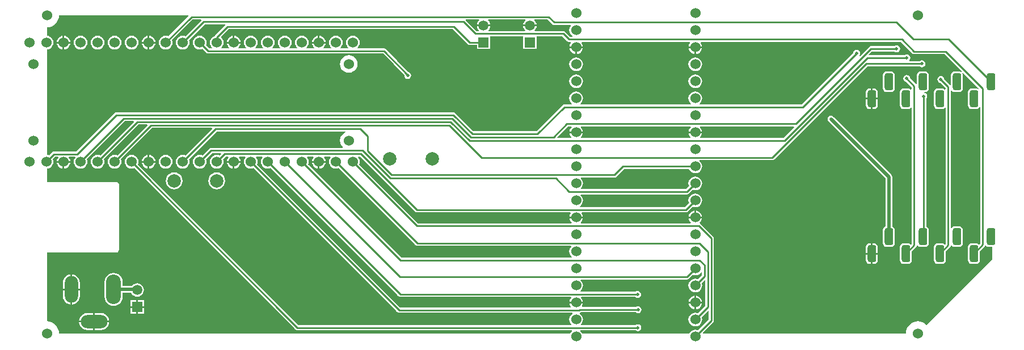
<source format=gbl>
%FSLAX24Y24*%
%MOIN*%
G70*
G01*
G75*
G04 Layer_Physical_Order=2*
G04 Layer_Color=16711680*
G04:AMPARAMS|DCode=10|XSize=100mil|YSize=50mil|CornerRadius=12.5mil|HoleSize=0mil|Usage=FLASHONLY|Rotation=90.000|XOffset=0mil|YOffset=0mil|HoleType=Round|Shape=RoundedRectangle|*
%AMROUNDEDRECTD10*
21,1,0.1000,0.0250,0,0,90.0*
21,1,0.0750,0.0500,0,0,90.0*
1,1,0.0250,0.0125,0.0375*
1,1,0.0250,0.0125,-0.0375*
1,1,0.0250,-0.0125,-0.0375*
1,1,0.0250,-0.0125,0.0375*
%
%ADD10ROUNDEDRECTD10*%
%ADD11R,0.2000X0.1500*%
%ADD12R,0.1181X0.0457*%
%ADD13R,0.1181X0.0787*%
%ADD14R,0.3937X0.2756*%
%ADD15C,0.0197*%
%ADD16C,0.0100*%
%ADD17C,0.0200*%
%ADD18C,0.0100*%
%ADD19C,0.0200*%
%ADD20C,0.0591*%
%ADD21R,0.0591X0.0591*%
%ADD22O,0.0787X0.1575*%
%ADD23O,0.1575X0.0787*%
%ADD24O,0.0866X0.1732*%
%ADD25C,0.0600*%
%ADD26C,0.0787*%
G36*
X12681Y10357D02*
X12631Y10292D01*
X12590Y10194D01*
X12577Y10090D01*
X12590Y9986D01*
X12631Y9888D01*
X12695Y9805D01*
X12778Y9741D01*
X12876Y9700D01*
X12980Y9687D01*
X13084Y9700D01*
X13133Y9721D01*
X20662Y2192D01*
X20711Y2159D01*
X20770Y2147D01*
X30795D01*
X30808Y2097D01*
X30751Y2022D01*
X30710Y1924D01*
X30703Y1870D01*
X31497D01*
X31490Y1924D01*
X31449Y2022D01*
X31392Y2097D01*
X31405Y2147D01*
X34579D01*
X34632Y2112D01*
X34710Y2096D01*
X34788Y2112D01*
X34854Y2156D01*
X34898Y2222D01*
X34914Y2300D01*
X34898Y2378D01*
X34854Y2444D01*
X34788Y2488D01*
X34710Y2504D01*
X34632Y2488D01*
X34579Y2453D01*
X31361D01*
X31344Y2503D01*
X31385Y2535D01*
X31449Y2618D01*
X31490Y2716D01*
X31503Y2820D01*
X31490Y2924D01*
X31449Y3022D01*
X31385Y3105D01*
X31357Y3127D01*
X31374Y3177D01*
X37610D01*
X37669Y3189D01*
X37718Y3222D01*
X37947Y3451D01*
X37996Y3430D01*
X38100Y3417D01*
X38204Y3430D01*
X38302Y3471D01*
X38385Y3535D01*
X38437Y3602D01*
X38487Y3585D01*
Y3423D01*
X38253Y3189D01*
X38204Y3210D01*
X38100Y3223D01*
X37996Y3210D01*
X37898Y3169D01*
X37815Y3105D01*
X37751Y3022D01*
X37710Y2924D01*
X37697Y2820D01*
X37710Y2716D01*
X37751Y2618D01*
X37815Y2535D01*
X37898Y2471D01*
X37996Y2430D01*
X38100Y2417D01*
X38204Y2430D01*
X38302Y2471D01*
X38385Y2535D01*
X38449Y2618D01*
X38490Y2716D01*
X38503Y2820D01*
X38490Y2924D01*
X38470Y2973D01*
X38641Y3145D01*
X38687Y3125D01*
Y1623D01*
X38253Y1190D01*
X38204Y1210D01*
X38100Y1223D01*
X37996Y1210D01*
X37898Y1169D01*
X37815Y1105D01*
X37751Y1022D01*
X37710Y924D01*
X37697Y820D01*
X37710Y716D01*
X37751Y618D01*
X37815Y535D01*
X37898Y471D01*
X37996Y430D01*
X38100Y417D01*
X38204Y430D01*
X38302Y471D01*
X38385Y535D01*
X38449Y618D01*
X38490Y716D01*
X38503Y820D01*
X38490Y924D01*
X38470Y973D01*
X38841Y1345D01*
X38887Y1325D01*
Y823D01*
X38253Y190D01*
X38204Y210D01*
X38100Y223D01*
X37996Y210D01*
X37898Y169D01*
X37815Y105D01*
X37751Y22D01*
X37742Y0D01*
X31458D01*
X31449Y22D01*
X31385Y105D01*
X31344Y137D01*
X31361Y187D01*
X34589D01*
X34642Y152D01*
X34720Y136D01*
X34798Y152D01*
X34864Y196D01*
X34908Y262D01*
X34924Y340D01*
X34908Y418D01*
X34864Y484D01*
X34798Y528D01*
X34720Y544D01*
X34642Y528D01*
X34589Y493D01*
X31405D01*
X31392Y543D01*
X31449Y618D01*
X31490Y716D01*
X31503Y820D01*
X31490Y924D01*
X31449Y1022D01*
X31385Y1105D01*
X31302Y1169D01*
X31302Y1170D01*
X31307Y1221D01*
X31345Y1229D01*
X31372Y1247D01*
X34609D01*
X34662Y1212D01*
X34740Y1196D01*
X34818Y1212D01*
X34884Y1256D01*
X34928Y1322D01*
X34944Y1400D01*
X34928Y1478D01*
X34884Y1544D01*
X34818Y1588D01*
X34740Y1604D01*
X34662Y1588D01*
X34609Y1553D01*
X31456D01*
X31434Y1598D01*
X31449Y1618D01*
X31490Y1716D01*
X31497Y1770D01*
X30703D01*
X30710Y1716D01*
X30751Y1618D01*
X30785Y1573D01*
X30761Y1523D01*
X20763D01*
X12349Y9937D01*
X12370Y9986D01*
X12383Y10090D01*
X12370Y10194D01*
X12329Y10292D01*
X12279Y10357D01*
X12303Y10407D01*
X12657D01*
X12681Y10357D01*
D02*
G37*
G36*
X8328Y18655D02*
X7133Y17459D01*
X7084Y17480D01*
X6980Y17493D01*
X6876Y17480D01*
X6778Y17439D01*
X6695Y17375D01*
X6631Y17292D01*
X6590Y17194D01*
X6577Y17090D01*
X6590Y16986D01*
X6631Y16888D01*
X6695Y16805D01*
X6778Y16741D01*
X6876Y16700D01*
X6980Y16687D01*
X7084Y16700D01*
X7182Y16741D01*
X7265Y16805D01*
X7329Y16888D01*
X7370Y16986D01*
X7383Y17090D01*
X7370Y17194D01*
X7350Y17243D01*
X8563Y18457D01*
X9060D01*
X9081Y18407D01*
X8133Y17459D01*
X8084Y17480D01*
X7980Y17493D01*
X7876Y17480D01*
X7778Y17439D01*
X7695Y17375D01*
X7631Y17292D01*
X7590Y17194D01*
X7577Y17090D01*
X7590Y16986D01*
X7631Y16888D01*
X7695Y16805D01*
X7778Y16741D01*
X7876Y16700D01*
X7980Y16687D01*
X8084Y16700D01*
X8182Y16741D01*
X8265Y16805D01*
X8329Y16888D01*
X8370Y16986D01*
X8383Y17090D01*
X8370Y17194D01*
X8349Y17243D01*
X9273Y18167D01*
X10470D01*
X10491Y18117D01*
X9872Y17498D01*
X9853Y17471D01*
X9778Y17439D01*
X9695Y17375D01*
X9631Y17292D01*
X9590Y17194D01*
X9577Y17090D01*
X9590Y16986D01*
X9631Y16888D01*
X9695Y16805D01*
X9700Y16800D01*
X9684Y16753D01*
X9533D01*
X9349Y16937D01*
X9370Y16986D01*
X9383Y17090D01*
X9370Y17194D01*
X9329Y17292D01*
X9265Y17375D01*
X9182Y17439D01*
X9084Y17480D01*
X8980Y17493D01*
X8876Y17480D01*
X8778Y17439D01*
X8695Y17375D01*
X8631Y17292D01*
X8590Y17194D01*
X8577Y17090D01*
X8590Y16986D01*
X8631Y16888D01*
X8695Y16805D01*
X8778Y16741D01*
X8876Y16700D01*
X8980Y16687D01*
X9084Y16700D01*
X9133Y16720D01*
X9362Y16492D01*
X9411Y16459D01*
X9470Y16447D01*
X19764D01*
X20998Y15150D01*
X21012Y15082D01*
X21056Y15016D01*
X21122Y14972D01*
X21200Y14956D01*
X21278Y14972D01*
X21344Y15016D01*
X21388Y15082D01*
X21404Y15160D01*
X21388Y15238D01*
X21344Y15304D01*
X21278Y15348D01*
X21221Y15360D01*
X19941Y16705D01*
X19939Y16707D01*
X19938Y16708D01*
X19915Y16724D01*
X19892Y16740D01*
X19890Y16740D01*
X19889Y16741D01*
X19861Y16747D01*
X19834Y16753D01*
X19832Y16753D01*
X19830Y16753D01*
X18276D01*
X18260Y16800D01*
X18265Y16805D01*
X18329Y16888D01*
X18370Y16986D01*
X18383Y17090D01*
X18370Y17194D01*
X18329Y17292D01*
X18265Y17375D01*
X18182Y17439D01*
X18084Y17480D01*
X17980Y17493D01*
X17876Y17480D01*
X17778Y17439D01*
X17695Y17375D01*
X17631Y17292D01*
X17590Y17194D01*
X17577Y17090D01*
X17590Y16986D01*
X17631Y16888D01*
X17695Y16805D01*
X17700Y16800D01*
X17684Y16753D01*
X17276D01*
X17260Y16800D01*
X17265Y16805D01*
X17329Y16888D01*
X17370Y16986D01*
X17383Y17090D01*
X17370Y17194D01*
X17329Y17292D01*
X17265Y17375D01*
X17182Y17439D01*
X17084Y17480D01*
X16980Y17493D01*
X16876Y17480D01*
X16778Y17439D01*
X16695Y17375D01*
X16631Y17292D01*
X16590Y17194D01*
X16577Y17090D01*
X16590Y16986D01*
X16631Y16888D01*
X16695Y16805D01*
X16700Y16800D01*
X16684Y16753D01*
X16276D01*
X16260Y16800D01*
X16265Y16805D01*
X16329Y16888D01*
X16370Y16986D01*
X16377Y17040D01*
X15583D01*
X15590Y16986D01*
X15631Y16888D01*
X15695Y16805D01*
X15700Y16800D01*
X15684Y16753D01*
X15276D01*
X15260Y16800D01*
X15265Y16805D01*
X15329Y16888D01*
X15370Y16986D01*
X15383Y17090D01*
X15370Y17194D01*
X15329Y17292D01*
X15265Y17375D01*
X15182Y17439D01*
X15084Y17480D01*
X14980Y17493D01*
X14876Y17480D01*
X14778Y17439D01*
X14695Y17375D01*
X14631Y17292D01*
X14590Y17194D01*
X14577Y17090D01*
X14590Y16986D01*
X14631Y16888D01*
X14695Y16805D01*
X14700Y16800D01*
X14684Y16753D01*
X14276D01*
X14260Y16800D01*
X14265Y16805D01*
X14329Y16888D01*
X14370Y16986D01*
X14383Y17090D01*
X14370Y17194D01*
X14329Y17292D01*
X14265Y17375D01*
X14182Y17439D01*
X14084Y17480D01*
X13980Y17493D01*
X13876Y17480D01*
X13778Y17439D01*
X13695Y17375D01*
X13631Y17292D01*
X13590Y17194D01*
X13577Y17090D01*
X13590Y16986D01*
X13631Y16888D01*
X13695Y16805D01*
X13700Y16800D01*
X13684Y16753D01*
X13276D01*
X13260Y16800D01*
X13265Y16805D01*
X13329Y16888D01*
X13370Y16986D01*
X13383Y17090D01*
X13370Y17194D01*
X13329Y17292D01*
X13265Y17375D01*
X13182Y17439D01*
X13084Y17480D01*
X12980Y17493D01*
X12876Y17480D01*
X12778Y17439D01*
X12695Y17375D01*
X12631Y17292D01*
X12590Y17194D01*
X12577Y17090D01*
X12590Y16986D01*
X12631Y16888D01*
X12695Y16805D01*
X12700Y16800D01*
X12684Y16753D01*
X12276D01*
X12260Y16800D01*
X12265Y16805D01*
X12329Y16888D01*
X12370Y16986D01*
X12383Y17090D01*
X12370Y17194D01*
X12329Y17292D01*
X12265Y17375D01*
X12182Y17439D01*
X12084Y17480D01*
X11980Y17493D01*
X11876Y17480D01*
X11778Y17439D01*
X11695Y17375D01*
X11631Y17292D01*
X11590Y17194D01*
X11577Y17090D01*
X11590Y16986D01*
X11631Y16888D01*
X11695Y16805D01*
X11700Y16800D01*
X11684Y16753D01*
X11276D01*
X11260Y16800D01*
X11265Y16805D01*
X11329Y16888D01*
X11370Y16986D01*
X11377Y17040D01*
X10583D01*
X10590Y16986D01*
X10631Y16888D01*
X10695Y16805D01*
X10700Y16800D01*
X10684Y16753D01*
X10276D01*
X10260Y16800D01*
X10265Y16805D01*
X10329Y16888D01*
X10370Y16986D01*
X10383Y17090D01*
X10370Y17194D01*
X10329Y17292D01*
X10265Y17375D01*
X10248Y17389D01*
X10245Y17438D01*
X10693Y17887D01*
X23857D01*
X24742Y17002D01*
X24791Y16969D01*
X24850Y16957D01*
X25265D01*
Y16715D01*
X26055D01*
Y17467D01*
X27985D01*
Y16715D01*
X28775D01*
Y17467D01*
X30287D01*
X30582Y17172D01*
X30631Y17139D01*
X30690Y17127D01*
X30768D01*
X30793Y17077D01*
X30751Y17022D01*
X30710Y16924D01*
X30703Y16870D01*
X31497D01*
X31490Y16924D01*
X31449Y17022D01*
X31407Y17077D01*
X31432Y17127D01*
X37768D01*
X37793Y17077D01*
X37751Y17022D01*
X37710Y16924D01*
X37703Y16870D01*
X38497D01*
X38490Y16924D01*
X38449Y17022D01*
X38407Y17077D01*
X38432Y17127D01*
X50177D01*
X50842Y16462D01*
X50891Y16429D01*
X50950Y16417D01*
X52737D01*
X53755Y15399D01*
X53723Y15360D01*
X53683Y15387D01*
X53595Y15404D01*
X53345D01*
X53257Y15387D01*
X53183Y15337D01*
X53133Y15263D01*
X53116Y15175D01*
Y14617D01*
X53076Y14601D01*
X53066Y14601D01*
X52721Y14945D01*
X52708Y15008D01*
X52664Y15074D01*
X52598Y15118D01*
X52520Y15134D01*
X52442Y15118D01*
X52376Y15074D01*
X52332Y15008D01*
X52316Y14930D01*
X52332Y14852D01*
X52376Y14786D01*
X52442Y14742D01*
X52505Y14729D01*
X52807Y14427D01*
Y14353D01*
X52757Y14337D01*
X52683Y14387D01*
X52595Y14404D01*
X52345D01*
X52257Y14387D01*
X52183Y14337D01*
X52133Y14263D01*
X52116Y14175D01*
Y13425D01*
X52133Y13337D01*
X52183Y13263D01*
X52257Y13213D01*
X52345Y13196D01*
X52595D01*
X52683Y13213D01*
X52757Y13263D01*
X52807Y13247D01*
Y5270D01*
X52764Y5230D01*
X52757Y5231D01*
X52683Y5281D01*
X52595Y5298D01*
X52345D01*
X52257Y5281D01*
X52183Y5231D01*
X52133Y5156D01*
X52116Y5069D01*
Y4319D01*
X52133Y4231D01*
X52183Y4156D01*
X52257Y4107D01*
X52345Y4089D01*
X52595D01*
X52683Y4107D01*
X52757Y4156D01*
X52807Y4231D01*
X52824Y4319D01*
Y4832D01*
X53068Y5076D01*
X53101Y5125D01*
X53111Y5174D01*
X53138Y5185D01*
X53163Y5186D01*
X53183Y5156D01*
X53257Y5107D01*
X53345Y5089D01*
X53595D01*
X53683Y5107D01*
X53757Y5156D01*
X53807Y5231D01*
X53824Y5319D01*
Y6069D01*
X53807Y6156D01*
X53757Y6231D01*
X53683Y6281D01*
X53595Y6298D01*
X53345D01*
X53257Y6281D01*
X53183Y6231D01*
X53163Y6201D01*
X53113Y6216D01*
Y14277D01*
X53163Y14292D01*
X53183Y14263D01*
X53257Y14213D01*
X53345Y14196D01*
X53595D01*
X53683Y14213D01*
X53757Y14263D01*
X53807Y14337D01*
X53824Y14425D01*
Y15175D01*
X53807Y15263D01*
X53780Y15303D01*
X53819Y15335D01*
X54755Y14399D01*
X54723Y14360D01*
X54683Y14387D01*
X54595Y14404D01*
X54345D01*
X54257Y14387D01*
X54183Y14337D01*
X54133Y14263D01*
X54116Y14175D01*
Y13425D01*
X54133Y13337D01*
X54183Y13263D01*
X54257Y13213D01*
X54345Y13196D01*
X54595D01*
X54683Y13213D01*
X54757Y13263D01*
X54787Y13307D01*
X54837Y13292D01*
Y5277D01*
X54788Y5228D01*
X54757Y5231D01*
X54683Y5281D01*
X54595Y5298D01*
X54345D01*
X54257Y5281D01*
X54183Y5231D01*
X54133Y5156D01*
X54116Y5069D01*
Y4319D01*
X54133Y4231D01*
X54183Y4156D01*
X54257Y4107D01*
X54345Y4089D01*
X54595D01*
X54683Y4107D01*
X54757Y4156D01*
X54807Y4231D01*
X54824Y4319D01*
Y4832D01*
X55098Y5106D01*
X55127Y5149D01*
X55156Y5156D01*
X55183Y5157D01*
X55183Y5156D01*
X55257Y5107D01*
X55345Y5089D01*
X55540D01*
Y4359D01*
X51686Y505D01*
X51578Y593D01*
X51454Y659D01*
X51320Y700D01*
X51181Y714D01*
X51042Y700D01*
X50908Y659D01*
X50785Y593D01*
X50676Y505D01*
X50588Y397D01*
X50522Y273D01*
X50481Y139D01*
X50467Y0D01*
X38562D01*
X38542Y46D01*
X39148Y652D01*
X39181Y701D01*
X39193Y760D01*
Y5600D01*
X39181Y5659D01*
X39148Y5708D01*
X38428Y6428D01*
X38379Y6461D01*
X38373Y6462D01*
X38361Y6516D01*
X38385Y6535D01*
X38449Y6618D01*
X38490Y6716D01*
X38497Y6770D01*
X37703D01*
X37710Y6716D01*
X37751Y6618D01*
X37815Y6535D01*
X37834Y6520D01*
X37817Y6473D01*
X31383D01*
X31366Y6520D01*
X31385Y6535D01*
X31449Y6618D01*
X31490Y6716D01*
X31497Y6770D01*
X30703D01*
X30710Y6716D01*
X30751Y6618D01*
X30815Y6535D01*
X30834Y6520D01*
X30817Y6473D01*
X21813D01*
X18349Y9937D01*
X18370Y9986D01*
X18383Y10090D01*
X18370Y10194D01*
X18329Y10292D01*
X18279Y10357D01*
X18303Y10407D01*
X18391D01*
X21636Y7162D01*
X21686Y7129D01*
X21744Y7117D01*
X30761D01*
X30785Y7067D01*
X30751Y7022D01*
X30710Y6924D01*
X30703Y6870D01*
X31497D01*
X31490Y6924D01*
X31449Y7022D01*
X31415Y7067D01*
X31439Y7117D01*
X37550D01*
X37609Y7129D01*
X37658Y7162D01*
X37947Y7451D01*
X37996Y7430D01*
X38100Y7417D01*
X38204Y7430D01*
X38302Y7471D01*
X38385Y7535D01*
X38449Y7618D01*
X38490Y7716D01*
X38503Y7820D01*
X38490Y7924D01*
X38449Y8022D01*
X38385Y8105D01*
X38302Y8169D01*
X38204Y8210D01*
X38100Y8223D01*
X37996Y8210D01*
X37898Y8169D01*
X37815Y8105D01*
X37751Y8022D01*
X37710Y7924D01*
X37697Y7820D01*
X37710Y7716D01*
X37731Y7667D01*
X37487Y7423D01*
X31330D01*
X31305Y7468D01*
X31305Y7473D01*
X31385Y7535D01*
X31449Y7618D01*
X31490Y7716D01*
X31503Y7820D01*
X31490Y7924D01*
X31449Y8022D01*
X31385Y8105D01*
X31357Y8127D01*
X31374Y8177D01*
X37610D01*
X37669Y8189D01*
X37718Y8222D01*
X37947Y8450D01*
X37996Y8430D01*
X38100Y8417D01*
X38204Y8430D01*
X38302Y8471D01*
X38385Y8535D01*
X38449Y8618D01*
X38490Y8716D01*
X38503Y8820D01*
X38490Y8924D01*
X38449Y9022D01*
X38385Y9105D01*
X38302Y9169D01*
X38204Y9210D01*
X38100Y9223D01*
X37996Y9210D01*
X37898Y9169D01*
X37815Y9105D01*
X37751Y9022D01*
X37710Y8924D01*
X37697Y8820D01*
X37710Y8716D01*
X37731Y8667D01*
X37547Y8483D01*
X31396D01*
X31380Y8530D01*
X31385Y8535D01*
X31449Y8618D01*
X31490Y8716D01*
X31503Y8820D01*
X31490Y8924D01*
X31449Y9022D01*
X31385Y9105D01*
X31366Y9120D01*
X31383Y9167D01*
X33340D01*
X33399Y9179D01*
X33448Y9212D01*
X33903Y9667D01*
X37730D01*
X37751Y9618D01*
X37815Y9535D01*
X37898Y9471D01*
X37996Y9430D01*
X38100Y9417D01*
X38204Y9430D01*
X38302Y9471D01*
X38385Y9535D01*
X38449Y9618D01*
X38490Y9716D01*
X38503Y9820D01*
X38490Y9924D01*
X38449Y10022D01*
X38385Y10105D01*
X38344Y10137D01*
X38361Y10187D01*
X42630D01*
X42689Y10199D01*
X42738Y10232D01*
X48203Y15697D01*
X51279D01*
X51332Y15662D01*
X51410Y15646D01*
X51488Y15662D01*
X51554Y15706D01*
X51598Y15772D01*
X51614Y15850D01*
X51598Y15928D01*
X51554Y15994D01*
X51488Y16038D01*
X51410Y16054D01*
X51332Y16038D01*
X51279Y16003D01*
X50685D01*
X50670Y16053D01*
X50674Y16056D01*
X50718Y16122D01*
X50734Y16200D01*
X50718Y16278D01*
X50674Y16344D01*
X50608Y16388D01*
X50530Y16404D01*
X50452Y16388D01*
X50399Y16353D01*
X48315D01*
X48295Y16399D01*
X48473Y16577D01*
X49799D01*
X49852Y16542D01*
X49930Y16526D01*
X50008Y16542D01*
X50074Y16586D01*
X50118Y16652D01*
X50134Y16730D01*
X50118Y16808D01*
X50074Y16874D01*
X50008Y16918D01*
X49930Y16934D01*
X49852Y16918D01*
X49799Y16883D01*
X48410D01*
X48351Y16871D01*
X48302Y16838D01*
X47774Y16310D01*
X47735Y16342D01*
X47768Y16392D01*
X47784Y16470D01*
X47768Y16548D01*
X47724Y16614D01*
X47658Y16658D01*
X47580Y16674D01*
X47502Y16658D01*
X47436Y16614D01*
X47392Y16548D01*
X47379Y16485D01*
X44357Y13463D01*
X38374D01*
X38357Y13513D01*
X38385Y13535D01*
X38449Y13618D01*
X38490Y13716D01*
X38503Y13820D01*
X38490Y13924D01*
X38449Y14022D01*
X38385Y14105D01*
X38302Y14169D01*
X38204Y14210D01*
X38100Y14223D01*
X37996Y14210D01*
X37898Y14169D01*
X37815Y14105D01*
X37751Y14022D01*
X37710Y13924D01*
X37697Y13820D01*
X37710Y13716D01*
X37751Y13618D01*
X37815Y13535D01*
X37843Y13513D01*
X37826Y13463D01*
X31374D01*
X31357Y13513D01*
X31385Y13535D01*
X31449Y13618D01*
X31490Y13716D01*
X31503Y13820D01*
X31490Y13924D01*
X31449Y14022D01*
X31385Y14105D01*
X31302Y14169D01*
X31204Y14210D01*
X31100Y14223D01*
X30996Y14210D01*
X30898Y14169D01*
X30815Y14105D01*
X30751Y14022D01*
X30710Y13924D01*
X30697Y13820D01*
X30710Y13716D01*
X30751Y13618D01*
X30815Y13535D01*
X30843Y13513D01*
X30826Y13463D01*
X30410D01*
X30361Y13453D01*
X30351Y13451D01*
X30302Y13418D01*
X28767Y11883D01*
X25062D01*
X23997Y12948D01*
X23947Y12981D01*
X23889Y12993D01*
X4094D01*
X4035Y12981D01*
X3985Y12948D01*
X1730Y10693D01*
X430D01*
X371Y10681D01*
X322Y10648D01*
X133Y10460D01*
X84Y10480D01*
X0Y10491D01*
Y16689D01*
X84Y16700D01*
X182Y16741D01*
X265Y16805D01*
X329Y16888D01*
X370Y16986D01*
X383Y17090D01*
X370Y17194D01*
X329Y17292D01*
X265Y17375D01*
X182Y17439D01*
X84Y17480D01*
X0Y17491D01*
Y17987D01*
X139Y18001D01*
X273Y18041D01*
X397Y18107D01*
X505Y18196D01*
X593Y18304D01*
X659Y18428D01*
X700Y18562D01*
X714Y18701D01*
X8309D01*
X8328Y18655D01*
D02*
G37*
G36*
X43912Y12121D02*
X43274Y11483D01*
X38396D01*
X38380Y11530D01*
X38385Y11535D01*
X38449Y11618D01*
X38490Y11716D01*
X38497Y11770D01*
X37703D01*
X37710Y11716D01*
X37751Y11618D01*
X37815Y11535D01*
X37820Y11530D01*
X37804Y11483D01*
X31396D01*
X31380Y11530D01*
X31385Y11535D01*
X31449Y11618D01*
X31490Y11716D01*
X31497Y11770D01*
X30703D01*
X30710Y11716D01*
X30751Y11618D01*
X30815Y11535D01*
X30820Y11530D01*
X30804Y11483D01*
X30005D01*
X29985Y11529D01*
X30623Y12167D01*
X30817D01*
X30834Y12120D01*
X30815Y12105D01*
X30751Y12022D01*
X30710Y11924D01*
X30703Y11870D01*
X31497D01*
X31490Y11924D01*
X31449Y12022D01*
X31385Y12105D01*
X31366Y12120D01*
X31383Y12167D01*
X37817D01*
X37834Y12120D01*
X37815Y12105D01*
X37751Y12022D01*
X37710Y11924D01*
X37703Y11870D01*
X38497D01*
X38490Y11924D01*
X38449Y12022D01*
X38385Y12105D01*
X38366Y12120D01*
X38383Y12167D01*
X43893D01*
X43912Y12121D01*
D02*
G37*
G36*
X16681Y10357D02*
X16631Y10292D01*
X16590Y10194D01*
X16577Y10090D01*
X16590Y9986D01*
X16631Y9888D01*
X16695Y9805D01*
X16778Y9741D01*
X16876Y9700D01*
X16980Y9687D01*
X17084Y9700D01*
X17133Y9721D01*
X21662Y5192D01*
X21711Y5159D01*
X21770Y5147D01*
X30795D01*
X30808Y5097D01*
X30751Y5022D01*
X30710Y4924D01*
X30697Y4820D01*
X30710Y4716D01*
X30751Y4618D01*
X30815Y4535D01*
X30856Y4503D01*
X30839Y4453D01*
X20833D01*
X15350Y9937D01*
X15370Y9986D01*
X15383Y10090D01*
X15370Y10194D01*
X15329Y10292D01*
X15279Y10357D01*
X15303Y10407D01*
X15657D01*
X15681Y10357D01*
X15631Y10292D01*
X15590Y10194D01*
X15583Y10140D01*
X16377D01*
X16370Y10194D01*
X16329Y10292D01*
X16279Y10357D01*
X16303Y10407D01*
X16657D01*
X16681Y10357D01*
D02*
G37*
G36*
X5115Y12441D02*
X3133Y10460D01*
X3084Y10480D01*
X2980Y10493D01*
X2876Y10480D01*
X2778Y10439D01*
X2695Y10375D01*
X2631Y10292D01*
X2590Y10194D01*
X2577Y10090D01*
X2590Y9986D01*
X2631Y9888D01*
X2695Y9805D01*
X2778Y9741D01*
X2876Y9700D01*
X2980Y9687D01*
X3084Y9700D01*
X3182Y9741D01*
X3265Y9805D01*
X3329Y9888D01*
X3370Y9986D01*
X3383Y10090D01*
X3370Y10194D01*
X3350Y10243D01*
X5393Y12287D01*
X5895D01*
X5915Y12241D01*
X4133Y10460D01*
X4084Y10480D01*
X3980Y10493D01*
X3876Y10480D01*
X3778Y10439D01*
X3695Y10375D01*
X3631Y10292D01*
X3590Y10194D01*
X3577Y10090D01*
X3590Y9986D01*
X3631Y9888D01*
X3695Y9805D01*
X3778Y9741D01*
X3876Y9700D01*
X3980Y9687D01*
X4084Y9700D01*
X4182Y9741D01*
X4265Y9805D01*
X4329Y9888D01*
X4370Y9986D01*
X4383Y10090D01*
X4370Y10194D01*
X4349Y10243D01*
X6193Y12087D01*
X9695D01*
X9715Y12041D01*
X8133Y10460D01*
X8084Y10480D01*
X7980Y10493D01*
X7876Y10480D01*
X7778Y10439D01*
X7695Y10375D01*
X7631Y10292D01*
X7590Y10194D01*
X7577Y10090D01*
X7590Y9986D01*
X7631Y9888D01*
X7695Y9805D01*
X7778Y9741D01*
X7876Y9700D01*
X7980Y9687D01*
X8084Y9700D01*
X8182Y9741D01*
X8265Y9805D01*
X8329Y9888D01*
X8370Y9986D01*
X8383Y10090D01*
X8370Y10194D01*
X8349Y10243D01*
X9983Y11877D01*
X17542D01*
X17552Y11827D01*
X17473Y11794D01*
X17366Y11712D01*
X17284Y11605D01*
X17232Y11480D01*
X17214Y11346D01*
X17232Y11212D01*
X17284Y11087D01*
X17366Y10980D01*
X17391Y10960D01*
X17375Y10913D01*
X9650D01*
X9591Y10901D01*
X9542Y10868D01*
X9133Y10460D01*
X9084Y10480D01*
X8980Y10493D01*
X8876Y10480D01*
X8778Y10439D01*
X8695Y10375D01*
X8631Y10292D01*
X8590Y10194D01*
X8577Y10090D01*
X8590Y9986D01*
X8631Y9888D01*
X8695Y9805D01*
X8778Y9741D01*
X8876Y9700D01*
X8980Y9687D01*
X9084Y9700D01*
X9182Y9741D01*
X9265Y9805D01*
X9329Y9888D01*
X9370Y9986D01*
X9383Y10090D01*
X9370Y10194D01*
X9349Y10243D01*
X9713Y10607D01*
X10215D01*
X10235Y10561D01*
X10133Y10460D01*
X10084Y10480D01*
X9980Y10493D01*
X9876Y10480D01*
X9778Y10439D01*
X9695Y10375D01*
X9631Y10292D01*
X9590Y10194D01*
X9577Y10090D01*
X9590Y9986D01*
X9631Y9888D01*
X9695Y9805D01*
X9778Y9741D01*
X9876Y9700D01*
X9980Y9687D01*
X10084Y9700D01*
X10182Y9741D01*
X10265Y9805D01*
X10329Y9888D01*
X10370Y9986D01*
X10383Y10090D01*
X10370Y10194D01*
X10350Y10243D01*
X10513Y10407D01*
X10657D01*
X10681Y10357D01*
X10631Y10292D01*
X10590Y10194D01*
X10583Y10140D01*
X11377D01*
X11370Y10194D01*
X11329Y10292D01*
X11279Y10357D01*
X11303Y10407D01*
X11657D01*
X11681Y10357D01*
X11631Y10292D01*
X11590Y10194D01*
X11577Y10090D01*
X11590Y9986D01*
X11631Y9888D01*
X11695Y9805D01*
X11778Y9741D01*
X11876Y9700D01*
X11980Y9687D01*
X12084Y9700D01*
X12133Y9721D01*
X20592Y1262D01*
X20641Y1229D01*
X20700Y1217D01*
X30870D01*
X30895Y1172D01*
X30895Y1167D01*
X30815Y1105D01*
X30751Y1022D01*
X30710Y924D01*
X30697Y820D01*
X30710Y716D01*
X30751Y618D01*
X30808Y543D01*
X30795Y493D01*
X14793D01*
X5350Y9937D01*
X5370Y9986D01*
X5383Y10090D01*
X5370Y10194D01*
X5329Y10292D01*
X5265Y10375D01*
X5182Y10439D01*
X5084Y10480D01*
X4980Y10493D01*
X4876Y10480D01*
X4778Y10439D01*
X4695Y10375D01*
X4631Y10292D01*
X4590Y10194D01*
X4577Y10090D01*
X4590Y9986D01*
X4631Y9888D01*
X4695Y9805D01*
X4778Y9741D01*
X4876Y9700D01*
X4980Y9687D01*
X5084Y9700D01*
X5133Y9721D01*
X14622Y232D01*
X14671Y199D01*
X14730Y187D01*
X30839D01*
X30856Y137D01*
X30815Y105D01*
X30751Y22D01*
X30742Y0D01*
X714D01*
X700Y139D01*
X659Y273D01*
X593Y397D01*
X505Y505D01*
X397Y593D01*
X273Y659D01*
X139Y700D01*
X0Y714D01*
Y4767D01*
X4080D01*
X4139Y4779D01*
X4188Y4812D01*
X4221Y4861D01*
X4233Y4920D01*
Y8759D01*
X4221Y8817D01*
X4188Y8867D01*
X4139Y8900D01*
X4080Y8912D01*
X0D01*
Y9689D01*
X84Y9700D01*
X182Y9741D01*
X265Y9805D01*
X329Y9888D01*
X370Y9986D01*
X383Y10090D01*
X370Y10194D01*
X349Y10243D01*
X493Y10387D01*
X641D01*
X665Y10337D01*
X631Y10292D01*
X590Y10194D01*
X583Y10140D01*
X1377D01*
X1370Y10194D01*
X1329Y10292D01*
X1295Y10337D01*
X1319Y10387D01*
X1641D01*
X1665Y10337D01*
X1631Y10292D01*
X1590Y10194D01*
X1577Y10090D01*
X1590Y9986D01*
X1631Y9888D01*
X1695Y9805D01*
X1778Y9741D01*
X1876Y9700D01*
X1980Y9687D01*
X2084Y9700D01*
X2182Y9741D01*
X2265Y9805D01*
X2329Y9888D01*
X2370Y9986D01*
X2383Y10090D01*
X2370Y10194D01*
X2350Y10243D01*
X4593Y12487D01*
X5095D01*
X5115Y12441D01*
D02*
G37*
G36*
X29692Y18172D02*
X29741Y18139D01*
X29751Y18137D01*
X29800Y18127D01*
X30768D01*
X30793Y18077D01*
X30751Y18022D01*
X30710Y17924D01*
X30697Y17820D01*
X30710Y17716D01*
X30751Y17618D01*
X30815Y17535D01*
X30882Y17483D01*
X30865Y17433D01*
X30753D01*
X30458Y17728D01*
X30409Y17761D01*
X30350Y17773D01*
X28668D01*
X28652Y17820D01*
X28662Y17828D01*
X28725Y17911D01*
X28765Y18007D01*
X28772Y18060D01*
X27988D01*
X27995Y18007D01*
X28035Y17911D01*
X28098Y17828D01*
X28108Y17820D01*
X28092Y17773D01*
X25948D01*
X25932Y17820D01*
X25942Y17828D01*
X26005Y17911D01*
X26045Y18007D01*
X26052Y18060D01*
X25268D01*
X25275Y18007D01*
X25315Y17911D01*
X25378Y17828D01*
X25388Y17820D01*
X25372Y17773D01*
X25233D01*
X24599Y18407D01*
X24620Y18457D01*
X25381D01*
X25398Y18407D01*
X25378Y18392D01*
X25315Y18309D01*
X25275Y18213D01*
X25268Y18160D01*
X26052D01*
X26045Y18213D01*
X26005Y18309D01*
X25942Y18392D01*
X25922Y18407D01*
X25939Y18457D01*
X28101D01*
X28118Y18407D01*
X28098Y18392D01*
X28035Y18309D01*
X27995Y18213D01*
X27988Y18160D01*
X28772D01*
X28765Y18213D01*
X28725Y18309D01*
X28662Y18392D01*
X28642Y18407D01*
X28659Y18457D01*
X29407D01*
X29692Y18172D01*
D02*
G37*
%LPC*%
G36*
X38150Y7217D02*
Y6870D01*
X38497D01*
X38490Y6924D01*
X38449Y7022D01*
X38385Y7105D01*
X38302Y7169D01*
X38204Y7210D01*
X38150Y7217D01*
D02*
G37*
G36*
X7480Y9468D02*
X7351Y9451D01*
X7231Y9401D01*
X7128Y9322D01*
X7049Y9219D01*
X6999Y9099D01*
X6982Y8970D01*
X6999Y8841D01*
X7049Y8721D01*
X7128Y8618D01*
X7231Y8539D01*
X7351Y8489D01*
X7480Y8472D01*
X7609Y8489D01*
X7729Y8539D01*
X7832Y8618D01*
X7911Y8721D01*
X7961Y8841D01*
X7978Y8970D01*
X7961Y9099D01*
X7911Y9219D01*
X7832Y9322D01*
X7729Y9401D01*
X7609Y9451D01*
X7480Y9468D01*
D02*
G37*
G36*
X6980Y10493D02*
X6876Y10480D01*
X6778Y10439D01*
X6695Y10375D01*
X6631Y10292D01*
X6590Y10194D01*
X6577Y10090D01*
X6590Y9986D01*
X6631Y9888D01*
X6695Y9805D01*
X6778Y9741D01*
X6876Y9700D01*
X6980Y9687D01*
X7084Y9700D01*
X7182Y9741D01*
X7265Y9805D01*
X7329Y9888D01*
X7370Y9986D01*
X7383Y10090D01*
X7370Y10194D01*
X7329Y10292D01*
X7265Y10375D01*
X7182Y10439D01*
X7084Y10480D01*
X6980Y10493D01*
D02*
G37*
G36*
X9980Y9468D02*
X9851Y9451D01*
X9731Y9401D01*
X9628Y9322D01*
X9549Y9219D01*
X9499Y9099D01*
X9482Y8970D01*
X9499Y8841D01*
X9549Y8721D01*
X9628Y8618D01*
X9731Y8539D01*
X9851Y8489D01*
X9980Y8472D01*
X10109Y8489D01*
X10229Y8539D01*
X10332Y8618D01*
X10411Y8721D01*
X10461Y8841D01*
X10478Y8970D01*
X10461Y9099D01*
X10411Y9219D01*
X10332Y9322D01*
X10229Y9401D01*
X10109Y9451D01*
X9980Y9468D01*
D02*
G37*
G36*
X48595Y5298D02*
X48520D01*
Y4744D01*
X48824D01*
Y5069D01*
X48807Y5156D01*
X48757Y5231D01*
X48683Y5281D01*
X48595Y5298D01*
D02*
G37*
G36*
X48420D02*
X48345D01*
X48257Y5281D01*
X48183Y5231D01*
X48133Y5156D01*
X48116Y5069D01*
Y4744D01*
X48420D01*
Y5298D01*
D02*
G37*
G36*
X38050Y7217D02*
X37996Y7210D01*
X37898Y7169D01*
X37815Y7105D01*
X37751Y7022D01*
X37710Y6924D01*
X37703Y6870D01*
X38050D01*
Y7217D01*
D02*
G37*
G36*
X46070Y12804D02*
X45992Y12788D01*
X45926Y12744D01*
X45882Y12678D01*
X45866Y12600D01*
X45882Y12522D01*
X45926Y12456D01*
X45933Y12451D01*
X49268Y9116D01*
Y6283D01*
X49257Y6281D01*
X49183Y6231D01*
X49133Y6156D01*
X49116Y6069D01*
Y5319D01*
X49133Y5231D01*
X49183Y5156D01*
X49257Y5107D01*
X49345Y5089D01*
X49595D01*
X49683Y5107D01*
X49757Y5156D01*
X49807Y5231D01*
X49824Y5319D01*
Y6069D01*
X49807Y6156D01*
X49757Y6231D01*
X49683Y6281D01*
X49672Y6283D01*
Y9192D01*
X49674Y9200D01*
X49658Y9278D01*
X49614Y9344D01*
X49607Y9349D01*
X46219Y12737D01*
X46214Y12744D01*
X46148Y12788D01*
X46070Y12804D01*
D02*
G37*
G36*
X6377Y10040D02*
X6030D01*
Y9693D01*
X6084Y9700D01*
X6182Y9741D01*
X6265Y9805D01*
X6329Y9888D01*
X6370Y9986D01*
X6377Y10040D01*
D02*
G37*
G36*
X2727Y650D02*
X1892D01*
X1902Y571D01*
X1952Y451D01*
X2031Y348D01*
X2134Y269D01*
X2254Y219D01*
X2383Y202D01*
X2727D01*
Y650D01*
D02*
G37*
G36*
X11377Y10040D02*
X11030D01*
Y9693D01*
X11084Y9700D01*
X11182Y9741D01*
X11265Y9805D01*
X11329Y9888D01*
X11370Y9986D01*
X11377Y10040D01*
D02*
G37*
G36*
X10930D02*
X10583D01*
X10590Y9986D01*
X10631Y9888D01*
X10695Y9805D01*
X10778Y9741D01*
X10876Y9700D01*
X10930Y9693D01*
Y10040D01*
D02*
G37*
G36*
X1377D02*
X1030D01*
Y9693D01*
X1084Y9700D01*
X1182Y9741D01*
X1265Y9805D01*
X1329Y9888D01*
X1370Y9986D01*
X1377Y10040D01*
D02*
G37*
G36*
X930D02*
X583D01*
X590Y9986D01*
X631Y9888D01*
X695Y9805D01*
X778Y9741D01*
X876Y9700D01*
X930Y9693D01*
Y10040D01*
D02*
G37*
G36*
X3662Y650D02*
X2827D01*
Y202D01*
X3171D01*
X3300Y219D01*
X3420Y269D01*
X3523Y348D01*
X3602Y451D01*
X3652Y571D01*
X3662Y650D01*
D02*
G37*
G36*
X5930Y10040D02*
X5583D01*
X5590Y9986D01*
X5631Y9888D01*
X5695Y9805D01*
X5778Y9741D01*
X5876Y9700D01*
X5930Y9693D01*
Y10040D01*
D02*
G37*
G36*
X5705Y1955D02*
X5360D01*
Y1610D01*
X5705D01*
Y1955D01*
D02*
G37*
G36*
X5260D02*
X4915D01*
Y1610D01*
X5260D01*
Y1955D01*
D02*
G37*
G36*
X1936Y2540D02*
X1488D01*
Y1705D01*
X1567Y1715D01*
X1687Y1765D01*
X1791Y1844D01*
X1870Y1947D01*
X1919Y2067D01*
X1936Y2196D01*
Y2540D01*
D02*
G37*
G36*
X1388D02*
X940D01*
Y2196D01*
X957Y2067D01*
X1007Y1947D01*
X1086Y1844D01*
X1189Y1765D01*
X1310Y1715D01*
X1388Y1705D01*
Y2540D01*
D02*
G37*
G36*
X5705Y1510D02*
X5360D01*
Y1165D01*
X5705D01*
Y1510D01*
D02*
G37*
G36*
X5260D02*
X4915D01*
Y1165D01*
X5260D01*
Y1510D01*
D02*
G37*
G36*
X38497Y1770D02*
X38150D01*
Y1423D01*
X38204Y1430D01*
X38302Y1471D01*
X38385Y1535D01*
X38449Y1618D01*
X38490Y1716D01*
X38497Y1770D01*
D02*
G37*
G36*
X38050D02*
X37703D01*
X37710Y1716D01*
X37751Y1618D01*
X37815Y1535D01*
X37898Y1471D01*
X37996Y1430D01*
X38050Y1423D01*
Y1770D01*
D02*
G37*
G36*
Y2217D02*
X37996Y2210D01*
X37898Y2169D01*
X37815Y2105D01*
X37751Y2022D01*
X37710Y1924D01*
X37703Y1870D01*
X38050D01*
Y2217D01*
D02*
G37*
G36*
X2727Y1198D02*
X2383D01*
X2254Y1181D01*
X2134Y1131D01*
X2031Y1052D01*
X1952Y949D01*
X1902Y829D01*
X1892Y750D01*
X2727D01*
Y1198D01*
D02*
G37*
G36*
X1488Y3475D02*
Y2640D01*
X1936D01*
Y2984D01*
X1919Y3113D01*
X1870Y3233D01*
X1791Y3336D01*
X1687Y3415D01*
X1567Y3465D01*
X1488Y3475D01*
D02*
G37*
G36*
X48824Y4644D02*
X48520D01*
Y4089D01*
X48595D01*
X48683Y4107D01*
X48757Y4156D01*
X48807Y4231D01*
X48824Y4319D01*
Y4644D01*
D02*
G37*
G36*
X48420D02*
X48116D01*
Y4319D01*
X48133Y4231D01*
X48183Y4156D01*
X48257Y4107D01*
X48345Y4089D01*
X48420D01*
Y4644D01*
D02*
G37*
G36*
X3919Y3561D02*
X3780Y3542D01*
X3650Y3489D01*
X3539Y3403D01*
X3453Y3292D01*
X3399Y3162D01*
X3381Y3023D01*
Y2157D01*
X3399Y2018D01*
X3453Y1888D01*
X3539Y1777D01*
X3650Y1691D01*
X3780Y1638D01*
X3919Y1619D01*
X4058Y1638D01*
X4188Y1691D01*
X4299Y1777D01*
X4384Y1888D01*
X4438Y2018D01*
X4456Y2157D01*
Y2386D01*
X4954D01*
X4965Y2361D01*
X5028Y2278D01*
X5111Y2215D01*
X5207Y2175D01*
X5310Y2161D01*
X5413Y2175D01*
X5509Y2215D01*
X5592Y2278D01*
X5655Y2361D01*
X5695Y2457D01*
X5709Y2560D01*
X5695Y2663D01*
X5655Y2759D01*
X5592Y2842D01*
X5509Y2905D01*
X5413Y2945D01*
X5310Y2959D01*
X5207Y2945D01*
X5111Y2905D01*
X5028Y2842D01*
X4991Y2794D01*
X4456D01*
Y3023D01*
X4438Y3162D01*
X4384Y3292D01*
X4299Y3403D01*
X4188Y3489D01*
X4058Y3542D01*
X3919Y3561D01*
D02*
G37*
G36*
X38150Y2217D02*
Y1870D01*
X38497D01*
X38490Y1924D01*
X38449Y2022D01*
X38385Y2105D01*
X38302Y2169D01*
X38204Y2210D01*
X38150Y2217D01*
D02*
G37*
G36*
X3171Y1198D02*
X2827D01*
Y750D01*
X3662D01*
X3652Y829D01*
X3602Y949D01*
X3523Y1052D01*
X3420Y1131D01*
X3300Y1181D01*
X3171Y1198D01*
D02*
G37*
G36*
X1388Y3475D02*
X1310Y3465D01*
X1189Y3415D01*
X1086Y3336D01*
X1007Y3233D01*
X957Y3113D01*
X940Y2984D01*
Y2640D01*
X1388D01*
Y3475D01*
D02*
G37*
G36*
X15930Y10040D02*
X15583D01*
X15590Y9986D01*
X15631Y9888D01*
X15695Y9805D01*
X15778Y9741D01*
X15876Y9700D01*
X15930Y9693D01*
Y10040D01*
D02*
G37*
G36*
X930Y17040D02*
X583D01*
X590Y16986D01*
X631Y16888D01*
X695Y16805D01*
X778Y16741D01*
X876Y16700D01*
X930Y16693D01*
Y17040D01*
D02*
G37*
G36*
X4980Y17493D02*
X4876Y17480D01*
X4778Y17439D01*
X4695Y17375D01*
X4631Y17292D01*
X4590Y17194D01*
X4577Y17090D01*
X4590Y16986D01*
X4631Y16888D01*
X4695Y16805D01*
X4778Y16741D01*
X4876Y16700D01*
X4980Y16687D01*
X5084Y16700D01*
X5182Y16741D01*
X5265Y16805D01*
X5329Y16888D01*
X5370Y16986D01*
X5383Y17090D01*
X5370Y17194D01*
X5329Y17292D01*
X5265Y17375D01*
X5182Y17439D01*
X5084Y17480D01*
X4980Y17493D01*
D02*
G37*
G36*
X5930Y17040D02*
X5583D01*
X5590Y16986D01*
X5631Y16888D01*
X5695Y16805D01*
X5778Y16741D01*
X5876Y16700D01*
X5930Y16693D01*
Y17040D01*
D02*
G37*
G36*
X1377D02*
X1030D01*
Y16693D01*
X1084Y16700D01*
X1182Y16741D01*
X1265Y16805D01*
X1329Y16888D01*
X1370Y16986D01*
X1377Y17040D01*
D02*
G37*
G36*
X1980Y17493D02*
X1876Y17480D01*
X1778Y17439D01*
X1695Y17375D01*
X1631Y17292D01*
X1590Y17194D01*
X1577Y17090D01*
X1590Y16986D01*
X1631Y16888D01*
X1695Y16805D01*
X1778Y16741D01*
X1876Y16700D01*
X1980Y16687D01*
X2084Y16700D01*
X2182Y16741D01*
X2265Y16805D01*
X2329Y16888D01*
X2370Y16986D01*
X2383Y17090D01*
X2370Y17194D01*
X2329Y17292D01*
X2265Y17375D01*
X2182Y17439D01*
X2084Y17480D01*
X1980Y17493D01*
D02*
G37*
G36*
X38497Y16770D02*
X38150D01*
Y16423D01*
X38204Y16430D01*
X38302Y16471D01*
X38385Y16535D01*
X38449Y16618D01*
X38490Y16716D01*
X38497Y16770D01*
D02*
G37*
G36*
X3980Y17493D02*
X3876Y17480D01*
X3778Y17439D01*
X3695Y17375D01*
X3631Y17292D01*
X3590Y17194D01*
X3577Y17090D01*
X3590Y16986D01*
X3631Y16888D01*
X3695Y16805D01*
X3778Y16741D01*
X3876Y16700D01*
X3980Y16687D01*
X4084Y16700D01*
X4182Y16741D01*
X4265Y16805D01*
X4329Y16888D01*
X4370Y16986D01*
X4383Y17090D01*
X4370Y17194D01*
X4329Y17292D01*
X4265Y17375D01*
X4182Y17439D01*
X4084Y17480D01*
X3980Y17493D01*
D02*
G37*
G36*
X2980D02*
X2876Y17480D01*
X2778Y17439D01*
X2695Y17375D01*
X2631Y17292D01*
X2590Y17194D01*
X2577Y17090D01*
X2590Y16986D01*
X2631Y16888D01*
X2695Y16805D01*
X2778Y16741D01*
X2876Y16700D01*
X2980Y16687D01*
X3084Y16700D01*
X3182Y16741D01*
X3265Y16805D01*
X3329Y16888D01*
X3370Y16986D01*
X3383Y17090D01*
X3370Y17194D01*
X3329Y17292D01*
X3265Y17375D01*
X3182Y17439D01*
X3084Y17480D01*
X2980Y17493D01*
D02*
G37*
G36*
X6377Y17040D02*
X6030D01*
Y16693D01*
X6084Y16700D01*
X6182Y16741D01*
X6265Y16805D01*
X6329Y16888D01*
X6370Y16986D01*
X6377Y17040D01*
D02*
G37*
G36*
X11030Y17487D02*
Y17140D01*
X11377D01*
X11370Y17194D01*
X11329Y17292D01*
X11265Y17375D01*
X11182Y17439D01*
X11084Y17480D01*
X11030Y17487D01*
D02*
G37*
G36*
X10930D02*
X10876Y17480D01*
X10778Y17439D01*
X10695Y17375D01*
X10631Y17292D01*
X10590Y17194D01*
X10583Y17140D01*
X10930D01*
Y17487D01*
D02*
G37*
G36*
X16030D02*
Y17140D01*
X16377D01*
X16370Y17194D01*
X16329Y17292D01*
X16265Y17375D01*
X16182Y17439D01*
X16084Y17480D01*
X16030Y17487D01*
D02*
G37*
G36*
X15930D02*
X15876Y17480D01*
X15778Y17439D01*
X15695Y17375D01*
X15631Y17292D01*
X15590Y17194D01*
X15583Y17140D01*
X15930D01*
Y17487D01*
D02*
G37*
G36*
X1030D02*
Y17140D01*
X1377D01*
X1370Y17194D01*
X1329Y17292D01*
X1265Y17375D01*
X1182Y17439D01*
X1084Y17480D01*
X1030Y17487D01*
D02*
G37*
G36*
X930D02*
X876Y17480D01*
X778Y17439D01*
X695Y17375D01*
X631Y17292D01*
X590Y17194D01*
X583Y17140D01*
X930D01*
Y17487D01*
D02*
G37*
G36*
X6030D02*
Y17140D01*
X6377D01*
X6370Y17194D01*
X6329Y17292D01*
X6265Y17375D01*
X6182Y17439D01*
X6084Y17480D01*
X6030Y17487D01*
D02*
G37*
G36*
X5930D02*
X5876Y17480D01*
X5778Y17439D01*
X5695Y17375D01*
X5631Y17292D01*
X5590Y17194D01*
X5583Y17140D01*
X5930D01*
Y17487D01*
D02*
G37*
G36*
X48420Y14404D02*
X48345D01*
X48257Y14387D01*
X48183Y14337D01*
X48133Y14263D01*
X48116Y14175D01*
Y13850D01*
X48420D01*
Y14404D01*
D02*
G37*
G36*
X48824Y13750D02*
X48520D01*
Y13196D01*
X48595D01*
X48683Y13213D01*
X48757Y13263D01*
X48807Y13337D01*
X48824Y13425D01*
Y13750D01*
D02*
G37*
G36*
X49595Y15404D02*
X49345D01*
X49257Y15387D01*
X49183Y15337D01*
X49133Y15263D01*
X49116Y15175D01*
Y14425D01*
X49133Y14337D01*
X49183Y14263D01*
X49257Y14213D01*
X49345Y14196D01*
X49595D01*
X49683Y14213D01*
X49757Y14263D01*
X49807Y14337D01*
X49824Y14425D01*
Y15175D01*
X49807Y15263D01*
X49757Y15337D01*
X49683Y15387D01*
X49595Y15404D01*
D02*
G37*
G36*
X48595Y14404D02*
X48520D01*
Y13850D01*
X48824D01*
Y14175D01*
X48807Y14263D01*
X48757Y14337D01*
X48683Y14387D01*
X48595Y14404D01*
D02*
G37*
G36*
X5930Y10487D02*
X5876Y10480D01*
X5778Y10439D01*
X5695Y10375D01*
X5631Y10292D01*
X5590Y10194D01*
X5583Y10140D01*
X5930D01*
Y10487D01*
D02*
G37*
G36*
X16377Y10040D02*
X16030D01*
Y9693D01*
X16084Y9700D01*
X16182Y9741D01*
X16265Y9805D01*
X16329Y9888D01*
X16370Y9986D01*
X16377Y10040D01*
D02*
G37*
G36*
X48420Y13750D02*
X48116D01*
Y13425D01*
X48133Y13337D01*
X48183Y13263D01*
X48257Y13213D01*
X48345Y13196D01*
X48420D01*
Y13750D01*
D02*
G37*
G36*
X6030Y10487D02*
Y10140D01*
X6377D01*
X6370Y10194D01*
X6329Y10292D01*
X6265Y10375D01*
X6182Y10439D01*
X6084Y10480D01*
X6030Y10487D01*
D02*
G37*
G36*
X31100Y15223D02*
X30996Y15210D01*
X30898Y15169D01*
X30815Y15105D01*
X30751Y15022D01*
X30710Y14924D01*
X30697Y14820D01*
X30710Y14716D01*
X30751Y14618D01*
X30815Y14535D01*
X30898Y14471D01*
X30996Y14430D01*
X31100Y14417D01*
X31204Y14430D01*
X31302Y14471D01*
X31385Y14535D01*
X31449Y14618D01*
X31490Y14716D01*
X31503Y14820D01*
X31490Y14924D01*
X31449Y15022D01*
X31385Y15105D01*
X31302Y15169D01*
X31204Y15210D01*
X31100Y15223D01*
D02*
G37*
G36*
X31050Y16770D02*
X30703D01*
X30710Y16716D01*
X30751Y16618D01*
X30815Y16535D01*
X30898Y16471D01*
X30996Y16430D01*
X31050Y16423D01*
Y16770D01*
D02*
G37*
G36*
X38100Y16223D02*
X37996Y16210D01*
X37898Y16169D01*
X37815Y16105D01*
X37751Y16022D01*
X37710Y15924D01*
X37697Y15820D01*
X37710Y15716D01*
X37751Y15618D01*
X37815Y15535D01*
X37898Y15471D01*
X37996Y15430D01*
X38100Y15417D01*
X38204Y15430D01*
X38302Y15471D01*
X38385Y15535D01*
X38449Y15618D01*
X38490Y15716D01*
X38503Y15820D01*
X38490Y15924D01*
X38449Y16022D01*
X38385Y16105D01*
X38302Y16169D01*
X38204Y16210D01*
X38100Y16223D01*
D02*
G37*
G36*
X38050Y16770D02*
X37703D01*
X37710Y16716D01*
X37751Y16618D01*
X37815Y16535D01*
X37898Y16471D01*
X37996Y16430D01*
X38050Y16423D01*
Y16770D01*
D02*
G37*
G36*
X31497D02*
X31150D01*
Y16423D01*
X31204Y16430D01*
X31302Y16471D01*
X31385Y16535D01*
X31449Y16618D01*
X31490Y16716D01*
X31497Y16770D01*
D02*
G37*
G36*
X51595Y15404D02*
X51345D01*
X51257Y15387D01*
X51183Y15337D01*
X51133Y15263D01*
X51116Y15175D01*
Y14667D01*
X51076Y14651D01*
X51066Y14651D01*
X50721Y14995D01*
X50708Y15058D01*
X50664Y15124D01*
X50598Y15168D01*
X50520Y15184D01*
X50442Y15168D01*
X50376Y15124D01*
X50332Y15058D01*
X50316Y14980D01*
X50332Y14902D01*
X50376Y14836D01*
X50442Y14792D01*
X50505Y14779D01*
X50807Y14477D01*
Y14353D01*
X50757Y14337D01*
X50683Y14387D01*
X50595Y14404D01*
X50345D01*
X50257Y14387D01*
X50183Y14337D01*
X50133Y14263D01*
X50116Y14175D01*
Y13425D01*
X50133Y13337D01*
X50183Y13263D01*
X50257Y13213D01*
X50345Y13196D01*
X50595D01*
X50683Y13213D01*
X50757Y13263D01*
X50807Y13247D01*
Y5270D01*
X50764Y5230D01*
X50757Y5231D01*
X50683Y5281D01*
X50595Y5298D01*
X50345D01*
X50257Y5281D01*
X50183Y5231D01*
X50133Y5156D01*
X50116Y5069D01*
Y4319D01*
X50133Y4231D01*
X50183Y4156D01*
X50257Y4107D01*
X50345Y4089D01*
X50595D01*
X50683Y4107D01*
X50757Y4156D01*
X50807Y4231D01*
X50824Y4319D01*
Y4832D01*
X51068Y5076D01*
X51101Y5125D01*
X51111Y5174D01*
X51138Y5185D01*
X51163Y5186D01*
X51183Y5156D01*
X51257Y5107D01*
X51345Y5089D01*
X51595D01*
X51683Y5107D01*
X51757Y5156D01*
X51807Y5231D01*
X51824Y5319D01*
Y6069D01*
X51807Y6156D01*
X51757Y6231D01*
X51683Y6281D01*
X51673Y6283D01*
Y13815D01*
X51708Y13868D01*
X51724Y13946D01*
X51708Y14024D01*
X51664Y14090D01*
X51598Y14135D01*
X51591Y14136D01*
X51545Y14145D01*
X51545Y14165D01*
X51582Y14196D01*
X51595D01*
X51683Y14213D01*
X51757Y14263D01*
X51807Y14337D01*
X51824Y14425D01*
Y15175D01*
X51807Y15263D01*
X51757Y15337D01*
X51683Y15387D01*
X51595Y15404D01*
D02*
G37*
G36*
X38100Y15223D02*
X37996Y15210D01*
X37898Y15169D01*
X37815Y15105D01*
X37751Y15022D01*
X37710Y14924D01*
X37697Y14820D01*
X37710Y14716D01*
X37751Y14618D01*
X37815Y14535D01*
X37898Y14471D01*
X37996Y14430D01*
X38100Y14417D01*
X38204Y14430D01*
X38302Y14471D01*
X38385Y14535D01*
X38449Y14618D01*
X38490Y14716D01*
X38503Y14820D01*
X38490Y14924D01*
X38449Y15022D01*
X38385Y15105D01*
X38302Y15169D01*
X38204Y15210D01*
X38100Y15223D01*
D02*
G37*
G36*
X31100Y16223D02*
X30996Y16210D01*
X30898Y16169D01*
X30815Y16105D01*
X30751Y16022D01*
X30710Y15924D01*
X30697Y15820D01*
X30710Y15716D01*
X30751Y15618D01*
X30815Y15535D01*
X30898Y15471D01*
X30996Y15430D01*
X31100Y15417D01*
X31204Y15430D01*
X31302Y15471D01*
X31385Y15535D01*
X31449Y15618D01*
X31490Y15716D01*
X31503Y15820D01*
X31490Y15924D01*
X31449Y16022D01*
X31385Y16105D01*
X31302Y16169D01*
X31204Y16210D01*
X31100Y16223D01*
D02*
G37*
G36*
X17732Y16352D02*
X17598Y16334D01*
X17473Y16283D01*
X17366Y16200D01*
X17284Y16093D01*
X17232Y15968D01*
X17214Y15834D01*
X17232Y15700D01*
X17284Y15575D01*
X17366Y15468D01*
X17473Y15386D01*
X17598Y15334D01*
X17732Y15316D01*
X17866Y15334D01*
X17991Y15386D01*
X18098Y15468D01*
X18180Y15575D01*
X18232Y15700D01*
X18250Y15834D01*
X18232Y15968D01*
X18180Y16093D01*
X18098Y16200D01*
X17991Y16283D01*
X17866Y16334D01*
X17732Y16352D01*
D02*
G37*
%LPD*%
D10*
X48470Y13800D02*
D03*
X50470D02*
D03*
X52470D02*
D03*
X54470D02*
D03*
X49470Y14800D02*
D03*
X51470D02*
D03*
X53470D02*
D03*
X55470D02*
D03*
Y5694D02*
D03*
X54470Y4694D02*
D03*
X52470D02*
D03*
X50470D02*
D03*
X48470D02*
D03*
X53470Y5694D02*
D03*
X51470D02*
D03*
X49470D02*
D03*
D15*
Y9200D01*
X46070Y12600D02*
X49470Y9200D01*
D16*
X50470Y4694D02*
X50960Y5184D01*
Y14540D01*
X50520Y14980D02*
X50960Y14540D01*
X52470Y4694D02*
X52960Y5184D01*
Y14490D01*
X52520Y14930D02*
X52960Y14490D01*
X51470Y5694D02*
X51520Y5744D01*
Y13946D01*
X44420Y13310D02*
X47580Y16470D01*
X30410Y13310D02*
X44420D01*
X28830Y11730D02*
X30410Y13310D01*
X24999Y11730D02*
X28830D01*
X23889Y12840D02*
X24999Y11730D01*
X4094Y12840D02*
X23889D01*
X1794Y10540D02*
X4094Y12840D01*
X430Y10540D02*
X1794D01*
X-20Y10090D02*
X430Y10540D01*
X48410Y16730D02*
X49930D01*
X44000Y12320D02*
X48410Y16730D01*
X30560Y12320D02*
X44000D01*
X29770Y11530D02*
X30560Y12320D01*
X24916Y11530D02*
X29770D01*
X23806Y12640D02*
X24916Y11530D01*
X4530Y12640D02*
X23806D01*
X1980Y10090D02*
X4530Y12640D01*
X48207Y16200D02*
X50530D01*
X43337Y11330D02*
X48207Y16200D01*
X24833Y11330D02*
X43337D01*
X23723Y12440D02*
X24833Y11330D01*
X5330Y12440D02*
X23723D01*
X2980Y10090D02*
X5330Y12440D01*
X48140Y15850D02*
X51410D01*
X42630Y10340D02*
X48140Y15850D01*
X25540Y10340D02*
X42630D01*
X23640Y12240D02*
X25540Y10340D01*
X6130Y12240D02*
X23640D01*
X3980Y10090D02*
X6130Y12240D01*
X14730Y340D02*
X34720D01*
X4980Y10090D02*
X14730Y340D01*
X31316Y1400D02*
X34740D01*
X31286Y1370D02*
X31316Y1400D01*
X20700Y1370D02*
X31286D01*
X11980Y10090D02*
X20700Y1370D01*
X20770Y2300D02*
X34710D01*
X12980Y10090D02*
X20770Y2300D01*
X18840Y10740D02*
Y11610D01*
X18420Y12030D02*
X18840Y11610D01*
X9920Y12030D02*
X18420D01*
X7980Y10090D02*
X9920Y12030D01*
X18454Y10560D02*
X21744Y7270D01*
X37550D01*
X9980Y10090D02*
X10450Y10560D01*
X18454D01*
X18537Y10760D02*
X20177Y9120D01*
X9650Y10760D02*
X18537D01*
X8980Y10090D02*
X9650Y10760D01*
X37550Y7270D02*
X38100Y7820D01*
X37610Y8330D02*
X38100Y8820D01*
X30690Y8330D02*
X37610D01*
X29900Y9120D02*
X30690Y8330D01*
X20177Y9120D02*
X29900D01*
X18840Y10740D02*
X20260Y9320D01*
X33340D01*
X33840Y9820D01*
X38100D01*
X37610Y3330D02*
X38100Y3820D01*
X20740Y3330D02*
X37610D01*
X13980Y10090D02*
X20740Y3330D01*
X38100Y2820D02*
X38640Y3360D01*
Y4020D01*
X38360Y4300D02*
X38640Y4020D01*
X20770Y4300D02*
X38360D01*
X14980Y10090D02*
X20770Y4300D01*
X38100Y820D02*
X38840Y1560D01*
Y4800D01*
X38340Y5300D02*
X38840Y4800D01*
X38320Y6320D02*
X39040Y5600D01*
Y760D02*
Y5600D01*
X38100Y-180D02*
X39040Y760D01*
X21770Y5300D02*
X38340D01*
X16980Y10090D02*
X21770Y5300D01*
X17980Y10090D02*
X21750Y6320D01*
X38320D01*
X19830Y16600D02*
X21200Y15160D01*
X9470Y16600D02*
X19830D01*
X8980Y17090D02*
X9470Y16600D01*
X24850Y17110D02*
X25660D01*
X23920Y18040D02*
X24850Y17110D01*
X10630Y18040D02*
X23920D01*
X9980Y17390D02*
X10630Y18040D01*
X9980Y17090D02*
Y17390D01*
X30350Y17620D02*
X30690Y17280D01*
X25170Y17620D02*
X30350D01*
X24470Y18320D02*
X25170Y17620D01*
X9210Y18320D02*
X24470D01*
X7980Y17090D02*
X9210Y18320D01*
X54470Y4694D02*
X54990Y5214D01*
Y14380D01*
X52800Y16570D02*
X54990Y14380D01*
X50950Y16570D02*
X52800D01*
X50240Y17280D02*
X50950Y16570D01*
X30690Y17280D02*
X50240D01*
X50900Y17300D02*
X52970D01*
X49920Y18280D02*
X50900Y17300D01*
X29800Y18280D02*
X49920D01*
X29470Y18610D02*
X29800Y18280D01*
X8500Y18610D02*
X29470D01*
X6980Y17090D02*
X8500Y18610D01*
X52970Y17300D02*
X55470Y14800D01*
D17*
X3919Y2590D02*
X5280D01*
D19*
X4821Y7992D02*
D03*
X49470Y9200D02*
D03*
X46070Y12600D02*
D03*
X50520Y14980D02*
D03*
X52520Y14930D02*
D03*
X51520Y13946D02*
D03*
X53450Y5690D02*
D03*
X47580Y16470D02*
D03*
X49930Y16730D02*
D03*
X50530Y16200D02*
D03*
X51410Y15850D02*
D03*
X34720Y340D02*
D03*
X34740Y1400D02*
D03*
X34710Y2300D02*
D03*
X21200Y15160D02*
D03*
D20*
X28380Y18110D02*
D03*
X25660D02*
D03*
X5310Y2560D02*
D03*
D21*
X28380Y17110D02*
D03*
X25660D02*
D03*
X5310Y1560D02*
D03*
D22*
X1438Y2590D02*
D03*
D23*
X2777Y700D02*
D03*
D24*
X3919Y2590D02*
D03*
D25*
X51181Y18701D02*
D03*
Y0D02*
D03*
X0D02*
D03*
Y18701D02*
D03*
X-772Y11346D02*
D03*
Y15834D02*
D03*
X17732D02*
D03*
Y11346D02*
D03*
X-1020Y10090D02*
D03*
X-20D02*
D03*
X11980D02*
D03*
X12980D02*
D03*
X13980D02*
D03*
X14980D02*
D03*
X15980D02*
D03*
X16980D02*
D03*
X17980D02*
D03*
Y17090D02*
D03*
X16980D02*
D03*
X15980D02*
D03*
X14980D02*
D03*
X13980D02*
D03*
X12980D02*
D03*
X11980D02*
D03*
X10980D02*
D03*
X9980D02*
D03*
X8980D02*
D03*
X7980D02*
D03*
X6980D02*
D03*
X5980D02*
D03*
X4980D02*
D03*
X3980D02*
D03*
X2980D02*
D03*
X1980D02*
D03*
X980D02*
D03*
X-20D02*
D03*
X-1020D02*
D03*
X980Y10090D02*
D03*
X1980D02*
D03*
X2980D02*
D03*
X3980D02*
D03*
X4980D02*
D03*
X5980D02*
D03*
X6980D02*
D03*
X7980D02*
D03*
X8980D02*
D03*
X9980D02*
D03*
X10980D02*
D03*
X38100Y16820D02*
D03*
X31100Y5820D02*
D03*
Y7820D02*
D03*
X38100Y4820D02*
D03*
Y5820D02*
D03*
Y10820D02*
D03*
Y12820D02*
D03*
Y13820D02*
D03*
Y14820D02*
D03*
Y15820D02*
D03*
Y17820D02*
D03*
Y18820D02*
D03*
X31100Y9820D02*
D03*
Y10820D02*
D03*
Y11820D02*
D03*
Y12820D02*
D03*
Y13820D02*
D03*
Y15820D02*
D03*
Y18820D02*
D03*
Y17820D02*
D03*
Y6820D02*
D03*
Y8820D02*
D03*
Y14820D02*
D03*
Y16820D02*
D03*
X38100Y11820D02*
D03*
Y9820D02*
D03*
Y8820D02*
D03*
Y7820D02*
D03*
Y6820D02*
D03*
Y3820D02*
D03*
Y2820D02*
D03*
Y1820D02*
D03*
Y820D02*
D03*
Y-180D02*
D03*
X31100D02*
D03*
Y820D02*
D03*
Y1820D02*
D03*
Y2820D02*
D03*
Y3820D02*
D03*
Y4820D02*
D03*
D26*
X9980Y8970D02*
D03*
X7480D02*
D03*
X20140Y10260D02*
D03*
X22640D02*
D03*
M02*

</source>
